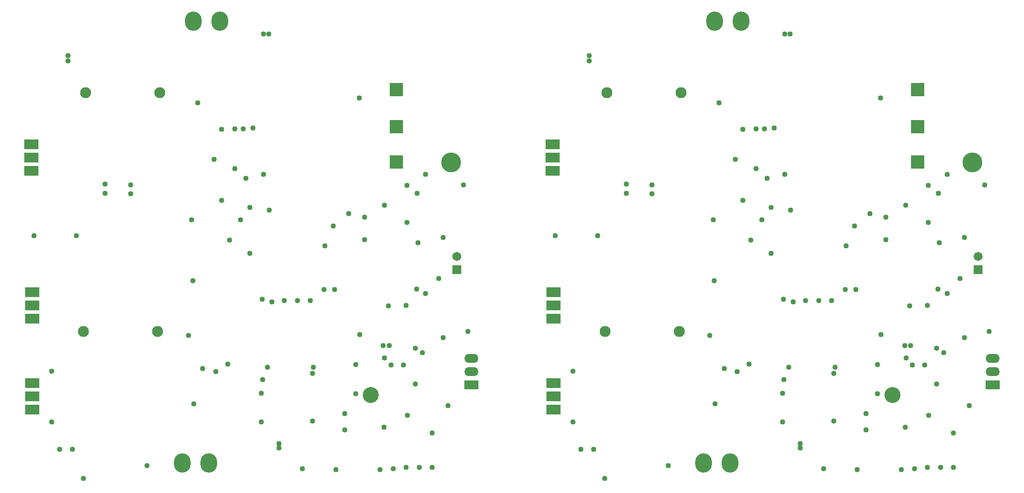
<source format=gbs>
G04*
G04 #@! TF.GenerationSoftware,Altium Limited,Altium Designer,23.3.1 (30)*
G04*
G04 Layer_Color=16711935*
%FSLAX25Y25*%
%MOIN*%
G70*
G04*
G04 #@! TF.SameCoordinates,731DBA42-33AF-4731-BD85-8EC7A1DC1BC3*
G04*
G04*
G04 #@! TF.FilePolarity,Negative*
G04*
G01*
G75*
%ADD48C,0.04000*%
%ADD87C,0.08300*%
%ADD88R,0.09855X0.09855*%
%ADD89R,0.09855X0.09855*%
%ADD90C,0.12000*%
%ADD91O,0.12611X0.14580*%
%ADD92R,0.10642X0.06706*%
%ADD93O,0.10642X0.06706*%
%ADD94C,0.06706*%
%ADD95R,0.06706X0.06706*%
%ADD96C,0.15000*%
%ADD97R,0.10642X0.07800*%
D48*
X681572Y302631D02*
D03*
X725864Y193379D02*
D03*
X717497Y208635D02*
D03*
X745056Y197316D02*
D03*
X613167Y350859D02*
D03*
X609230D02*
D03*
X601356Y279993D02*
D03*
X593974Y279501D02*
D03*
X508836Y230289D02*
D03*
Y237178D02*
D03*
X489643Y230781D02*
D03*
Y237670D02*
D03*
X555096Y210603D02*
D03*
X592005D02*
D03*
X661887Y206174D02*
D03*
X685509Y195840D02*
D03*
X571828Y256371D02*
D03*
X587576Y279501D02*
D03*
X577734Y279009D02*
D03*
X559525Y299186D02*
D03*
X583676Y195347D02*
D03*
X577734Y225367D02*
D03*
X587576Y249481D02*
D03*
X685509Y212572D02*
D03*
X700694Y221851D02*
D03*
X717497Y236686D02*
D03*
X673698Y215353D02*
D03*
X595905Y242099D02*
D03*
X609230Y245052D02*
D03*
X655489Y190918D02*
D03*
X598895Y185505D02*
D03*
X662871Y157946D02*
D03*
X608245Y150564D02*
D03*
X624978Y149580D02*
D03*
X634820D02*
D03*
X644663D02*
D03*
X679111Y79206D02*
D03*
X670745Y64442D02*
D03*
X654997Y157946D02*
D03*
X613614Y217985D02*
D03*
X704210Y115623D02*
D03*
X552635Y123497D02*
D03*
X573305Y95938D02*
D03*
X608738Y90033D02*
D03*
X582163Y101844D02*
D03*
X556080Y164836D02*
D03*
X556572Y71824D02*
D03*
X563462Y98399D02*
D03*
X607753Y58044D02*
D03*
Y79698D02*
D03*
X670745Y52139D02*
D03*
X646139Y58536D02*
D03*
X700273Y54107D02*
D03*
X521139Y25072D02*
D03*
X760312Y237178D02*
D03*
X473403Y15229D02*
D03*
X455194Y37375D02*
D03*
X465037D02*
D03*
X731769Y245052D02*
D03*
X725371Y230781D02*
D03*
X436001Y198792D02*
D03*
X467989D02*
D03*
X598895Y219954D02*
D03*
X615627Y148596D02*
D03*
X731769Y154993D02*
D03*
X703718Y145643D02*
D03*
X724879Y158438D02*
D03*
X717005Y146135D02*
D03*
X745056Y121529D02*
D03*
X729308Y110210D02*
D03*
X723895Y86588D02*
D03*
X705686Y100859D02*
D03*
X715037D02*
D03*
X723895Y113655D02*
D03*
X699781Y115623D02*
D03*
X700765Y106273D02*
D03*
X679111Y101351D02*
D03*
X647123Y99383D02*
D03*
X638757Y22611D02*
D03*
X663856Y22119D02*
D03*
X682064Y123989D02*
D03*
X646139Y94580D02*
D03*
X763757Y126450D02*
D03*
X741611Y166312D02*
D03*
X612138Y99383D02*
D03*
X736690Y49678D02*
D03*
X621041Y38359D02*
D03*
Y41804D02*
D03*
X461592Y330682D02*
D03*
Y334619D02*
D03*
X748501Y70347D02*
D03*
X717989Y62966D02*
D03*
X736690Y23596D02*
D03*
X726848D02*
D03*
X717005D02*
D03*
X707163Y22611D02*
D03*
X697320Y22119D02*
D03*
X449289Y96430D02*
D03*
Y58044D02*
D03*
X287871Y302631D02*
D03*
X332163Y193379D02*
D03*
X323797Y208635D02*
D03*
X351356Y197316D02*
D03*
X219466Y350859D02*
D03*
X215529D02*
D03*
X207655Y279993D02*
D03*
X200273Y279501D02*
D03*
X115135Y230289D02*
D03*
Y237178D02*
D03*
X95942Y230781D02*
D03*
Y237670D02*
D03*
X161395Y210603D02*
D03*
X198304D02*
D03*
X268186Y206174D02*
D03*
X291808Y195840D02*
D03*
X178127Y256371D02*
D03*
X193875Y279501D02*
D03*
X184033Y279009D02*
D03*
X165824Y299186D02*
D03*
X189975Y195347D02*
D03*
X184033Y225367D02*
D03*
X193875Y249481D02*
D03*
X291808Y212572D02*
D03*
X306993Y221851D02*
D03*
X323797Y236686D02*
D03*
X279997Y215353D02*
D03*
X202204Y242099D02*
D03*
X215529Y245052D02*
D03*
X261789Y190918D02*
D03*
X205194Y185505D02*
D03*
X269171Y157946D02*
D03*
X214545Y150564D02*
D03*
X231277Y149580D02*
D03*
X241119D02*
D03*
X250962D02*
D03*
X285411Y79206D02*
D03*
X277045Y64442D02*
D03*
X261297Y157946D02*
D03*
X219913Y217985D02*
D03*
X310509Y115623D02*
D03*
X158934Y123497D02*
D03*
X179604Y95938D02*
D03*
X215037Y90033D02*
D03*
X188462Y101844D02*
D03*
X162379Y164836D02*
D03*
X162871Y71824D02*
D03*
X169761Y98399D02*
D03*
X214053Y58044D02*
D03*
Y79698D02*
D03*
X277045Y52139D02*
D03*
X252438Y58536D02*
D03*
X306572Y54107D02*
D03*
X127438Y25072D02*
D03*
X366612Y237178D02*
D03*
X79702Y15229D02*
D03*
X61493Y37375D02*
D03*
X71336D02*
D03*
X338068Y245052D02*
D03*
X331671Y230781D02*
D03*
X42301Y198792D02*
D03*
X74289D02*
D03*
X205194Y219954D02*
D03*
X221926Y148596D02*
D03*
X338068Y154993D02*
D03*
X310017Y145643D02*
D03*
X331178Y158438D02*
D03*
X323305Y146135D02*
D03*
X351356Y121529D02*
D03*
X335608Y110210D02*
D03*
X330194Y86588D02*
D03*
X311986Y100859D02*
D03*
X321336D02*
D03*
X330194Y113655D02*
D03*
X306080Y115623D02*
D03*
X307064Y106273D02*
D03*
X285411Y101351D02*
D03*
X253423Y99383D02*
D03*
X245056Y22611D02*
D03*
X270155Y22119D02*
D03*
X288364Y123989D02*
D03*
X252438Y94580D02*
D03*
X370056Y126450D02*
D03*
X347911Y166312D02*
D03*
X218437Y99383D02*
D03*
X342989Y49678D02*
D03*
X227340Y38359D02*
D03*
Y41804D02*
D03*
X67891Y330682D02*
D03*
Y334619D02*
D03*
X354801Y70347D02*
D03*
X324289Y62966D02*
D03*
X342989Y23596D02*
D03*
X333147D02*
D03*
X323305D02*
D03*
X313462Y22611D02*
D03*
X303619Y22119D02*
D03*
X55588Y96430D02*
D03*
Y58044D02*
D03*
D87*
X529454Y126450D02*
D03*
X473454D02*
D03*
X530931Y306568D02*
D03*
X474930D02*
D03*
X135753Y126450D02*
D03*
X79753D02*
D03*
X137230Y306568D02*
D03*
X81230D02*
D03*
D88*
X709623Y254403D02*
D03*
Y309029D02*
D03*
X315923Y254403D02*
D03*
Y309029D02*
D03*
D89*
X709623Y280977D02*
D03*
X315923D02*
D03*
D90*
X690430Y78221D02*
D03*
X296730D02*
D03*
D91*
X556415Y360702D02*
D03*
X576415D02*
D03*
X568049Y27040D02*
D03*
X548049D02*
D03*
X162714Y360702D02*
D03*
X182714D02*
D03*
X174348Y27040D02*
D03*
X154348D02*
D03*
D92*
X766218Y85938D02*
D03*
X372517D02*
D03*
D93*
X766218Y105938D02*
D03*
Y95938D02*
D03*
X372517Y105938D02*
D03*
Y95938D02*
D03*
D94*
X755391Y183123D02*
D03*
X361690D02*
D03*
D95*
X755391Y173123D02*
D03*
X361690D02*
D03*
D96*
X750962Y253910D02*
D03*
X357261D02*
D03*
D97*
X434033Y247848D02*
D03*
Y257847D02*
D03*
Y267847D02*
D03*
X434525Y67237D02*
D03*
Y77237D02*
D03*
Y87237D02*
D03*
Y136135D02*
D03*
Y146135D02*
D03*
Y156135D02*
D03*
X40332Y247848D02*
D03*
Y257847D02*
D03*
Y267847D02*
D03*
X40824Y67237D02*
D03*
Y77237D02*
D03*
Y87237D02*
D03*
Y136135D02*
D03*
Y146135D02*
D03*
Y156135D02*
D03*
M02*

</source>
